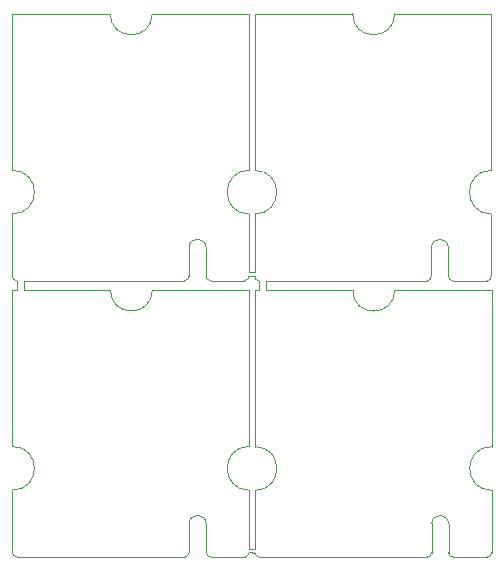
<source format=gbr>
%TF.GenerationSoftware,KiCad,Pcbnew,(7.0.0)*%
%TF.CreationDate,2023-04-13T19:08:04-05:00*%
%TF.ProjectId,Cookie_Mantis,436f6f6b-6965-45f4-9d61-6e7469732e6b,rev?*%
%TF.SameCoordinates,Original*%
%TF.FileFunction,Profile,NP*%
%FSLAX46Y46*%
G04 Gerber Fmt 4.6, Leading zero omitted, Abs format (unit mm)*
G04 Created by KiCad (PCBNEW (7.0.0)) date 2023-04-13 19:08:04*
%MOMM*%
%LPD*%
G01*
G04 APERTURE LIST*
%TA.AperFunction,Profile*%
%ADD10C,0.050000*%
%TD*%
G04 APERTURE END LIST*
D10*
X29423300Y-35105200D02*
X32296040Y-35105200D01*
X27224600Y-58486000D02*
G75*
G03*
X27605600Y-58105000I0J381000D01*
G01*
X33155000Y-34725000D02*
G75*
G03*
X33536000Y-35106000I380900J-100D01*
G01*
X34150000Y-35895000D02*
X41460560Y-35895000D01*
X32296040Y-35105140D02*
G75*
G03*
X32677040Y-34724200I60J380940D01*
G01*
X32685600Y-49130800D02*
X32685600Y-35880000D01*
X12645000Y-57774800D02*
X12645000Y-52830800D01*
X49560860Y-32309460D02*
X49560860Y-34725000D01*
X49575800Y-58120000D02*
G75*
G03*
X49956860Y-58501000I381000J0D01*
G01*
X13017440Y-35105200D02*
X13015000Y-35880000D01*
X47734600Y-35106000D02*
X45067600Y-35106000D01*
X45016560Y-35895000D02*
X53210600Y-35895000D01*
X33155000Y-34394800D02*
X32680000Y-34395000D01*
X33168560Y-29450849D02*
G75*
G03*
X33168560Y-25750751I0J1850049D01*
G01*
X49560900Y-34725000D02*
G75*
G03*
X49941860Y-35106000I381000J0D01*
G01*
X32677040Y-25749600D02*
G75*
G03*
X32677040Y-29450000I0J-1850200D01*
G01*
X29042300Y-34724200D02*
G75*
G03*
X29423300Y-35105200I381000J0D01*
G01*
X29042300Y-32308660D02*
X29042300Y-34724200D01*
X20935560Y-35880000D02*
G75*
G03*
X24491560Y-35880000I1778000J0D01*
G01*
X33170000Y-58120000D02*
G75*
G03*
X33551000Y-58501000I380900J-100D01*
G01*
X45082600Y-58501000D02*
X34160600Y-58501000D01*
X27216040Y-35105200D02*
X24549040Y-35105200D01*
X12636440Y-12499200D02*
X20927000Y-12499200D01*
X27216040Y-35105140D02*
G75*
G03*
X27597040Y-34724200I60J380940D01*
G01*
X29042302Y-32308660D02*
G75*
G03*
X27596466Y-32255359I-723902J-40D01*
G01*
X12636500Y-34724200D02*
G75*
G03*
X13017440Y-35105200I380900J-100D01*
G01*
X24557600Y-58486000D02*
X13635600Y-58486000D01*
X49575860Y-55704460D02*
X49575860Y-58120000D01*
X27605025Y-55636159D02*
X27605600Y-58105000D01*
X53210600Y-49145800D02*
X53210600Y-35895000D01*
X47749600Y-58501000D02*
X45082600Y-58501000D01*
X33175000Y-35895000D02*
X33535000Y-35895000D01*
X49560942Y-32309460D02*
G75*
G03*
X48115026Y-32256159I-723942J-40D01*
G01*
X27596465Y-32255359D02*
X27597040Y-34724200D01*
X47734600Y-35106000D02*
G75*
G03*
X48115600Y-34725000I0J381000D01*
G01*
X53195600Y-25750800D02*
X53195600Y-12500000D01*
X12645000Y-57774800D02*
X12645000Y-58105000D01*
X48130025Y-55651159D02*
X48130600Y-58120000D01*
X53210600Y-49145400D02*
G75*
G03*
X53210600Y-52845800I0J-1850200D01*
G01*
X24491560Y-35880000D02*
X32685600Y-35880000D01*
X47749600Y-58501000D02*
G75*
G03*
X48130600Y-58120000I0J381000D01*
G01*
X53195600Y-25750400D02*
G75*
G03*
X53195600Y-29450800I0J-1850200D01*
G01*
X24483000Y-12499200D02*
X32677040Y-12499200D01*
X49575942Y-55704460D02*
G75*
G03*
X48130026Y-55651159I-723942J-40D01*
G01*
X49956860Y-58501000D02*
X52829600Y-58501000D01*
X24549040Y-35105200D02*
X13627040Y-35105200D01*
X12645000Y-49130800D02*
X12645000Y-35880000D01*
X20927000Y-12499200D02*
G75*
G03*
X24483000Y-12499200I1778000J0D01*
G01*
X41445560Y-12500000D02*
G75*
G03*
X45001560Y-12500000I1778000J0D01*
G01*
X48115025Y-32256159D02*
X48115600Y-34725000D01*
X33535000Y-35090000D02*
X33535000Y-35895000D01*
X52829600Y-58501000D02*
G75*
G03*
X53210600Y-58120000I0J381000D01*
G01*
X29050800Y-58105000D02*
G75*
G03*
X29431860Y-58486000I381000J0D01*
G01*
X32680000Y-34395000D02*
X32677040Y-29450000D01*
X53210600Y-58120000D02*
X53210600Y-52845800D01*
X53195600Y-34725000D02*
X53195600Y-29450800D01*
X33155000Y-25750800D02*
X33155000Y-12500000D01*
X12636440Y-34394000D02*
X12636440Y-34724200D01*
X13026000Y-58486000D02*
X13635600Y-58486000D01*
X27224600Y-58486000D02*
X24557600Y-58486000D01*
X29050860Y-55689460D02*
X29050860Y-58105000D01*
X32677040Y-25750000D02*
X32677040Y-12499200D01*
X52814600Y-35106000D02*
G75*
G03*
X53195600Y-34725000I0J381000D01*
G01*
X33155000Y-34394800D02*
X33155000Y-29450800D01*
X33183560Y-52845849D02*
G75*
G03*
X33183560Y-49145751I0J1850049D01*
G01*
X34150000Y-35100000D02*
X34150000Y-35895000D01*
X41460560Y-35895000D02*
G75*
G03*
X45016560Y-35895000I1778000J0D01*
G01*
X12650000Y-29450049D02*
G75*
G03*
X12650000Y-25749951I0J1850049D01*
G01*
X33170000Y-58120000D02*
X32685600Y-58105000D01*
X12658560Y-52830849D02*
G75*
G03*
X12658560Y-49130751I0J1850049D01*
G01*
X32685600Y-49130400D02*
G75*
G03*
X32685600Y-52830800I0J-1850200D01*
G01*
X12645000Y-58105000D02*
G75*
G03*
X13026000Y-58486000I380900J-100D01*
G01*
X13624600Y-35880000D02*
X20935560Y-35880000D01*
X33535000Y-35895000D02*
X33535000Y-35895000D01*
X29050861Y-55689460D02*
G75*
G03*
X27605025Y-55636159I-723901J-20D01*
G01*
X33170000Y-49145800D02*
X33170000Y-35895000D01*
X33551000Y-58501000D02*
X34160600Y-58501000D01*
X33170000Y-57789800D02*
X33170000Y-52845800D01*
X33155000Y-34725000D02*
X32677040Y-34724200D01*
X49941860Y-35106000D02*
X52814600Y-35106000D01*
X45067600Y-35106000D02*
X34145600Y-35106000D01*
X29431860Y-58486000D02*
X32304600Y-58486000D01*
X33155000Y-12500000D02*
X41445560Y-12500000D01*
X13627040Y-35105200D02*
X13624600Y-35880000D01*
X32304600Y-58486000D02*
G75*
G03*
X32685600Y-58105000I0J381000D01*
G01*
X12636440Y-34394000D02*
X12636440Y-29450000D01*
X32685000Y-57790000D02*
X32685600Y-52830800D01*
X13015000Y-35880000D02*
X12645000Y-35880000D01*
X33170000Y-57789800D02*
X32685000Y-57790000D01*
X12636440Y-25750000D02*
X12636440Y-12499200D01*
X45001560Y-12500000D02*
X53195600Y-12500000D01*
M02*

</source>
